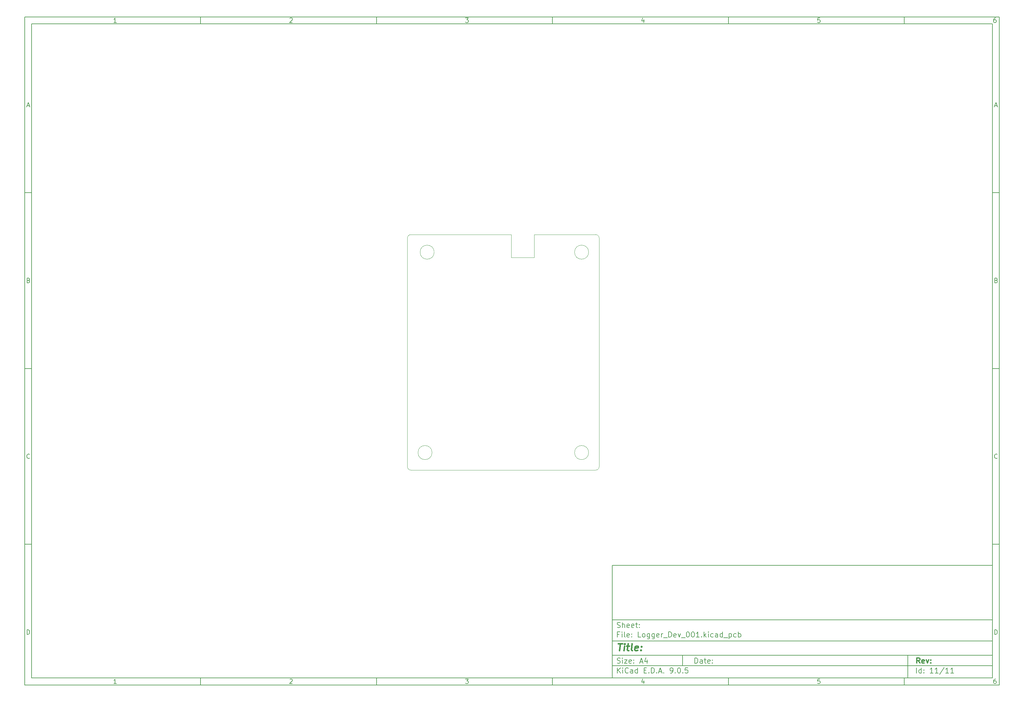
<source format=gbr>
%TF.GenerationSoftware,KiCad,Pcbnew,9.0.5*%
%TF.CreationDate,2025-12-06T02:43:13+13:00*%
%TF.ProjectId,Logger_Dev_001,4c6f6767-6572-45f4-9465-765f3030312e,rev?*%
%TF.SameCoordinates,Original*%
%TF.FileFunction,Profile,NP*%
%FSLAX46Y46*%
G04 Gerber Fmt 4.6, Leading zero omitted, Abs format (unit mm)*
G04 Created by KiCad (PCBNEW 9.0.5) date 2025-12-06 02:43:13*
%MOMM*%
%LPD*%
G01*
G04 APERTURE LIST*
%ADD10C,0.100000*%
%ADD11C,0.150000*%
%ADD12C,0.300000*%
%ADD13C,0.400000*%
%TA.AperFunction,Profile*%
%ADD14C,0.050000*%
%TD*%
%TA.AperFunction,Profile*%
%ADD15C,0.100000*%
%TD*%
G04 APERTURE END LIST*
D10*
D11*
X177002200Y-166007200D02*
X285002200Y-166007200D01*
X285002200Y-198007200D01*
X177002200Y-198007200D01*
X177002200Y-166007200D01*
D10*
D11*
X10000000Y-10000000D02*
X287002200Y-10000000D01*
X287002200Y-200007200D01*
X10000000Y-200007200D01*
X10000000Y-10000000D01*
D10*
D11*
X12000000Y-12000000D02*
X285002200Y-12000000D01*
X285002200Y-198007200D01*
X12000000Y-198007200D01*
X12000000Y-12000000D01*
D10*
D11*
X60000000Y-12000000D02*
X60000000Y-10000000D01*
D10*
D11*
X110000000Y-12000000D02*
X110000000Y-10000000D01*
D10*
D11*
X160000000Y-12000000D02*
X160000000Y-10000000D01*
D10*
D11*
X210000000Y-12000000D02*
X210000000Y-10000000D01*
D10*
D11*
X260000000Y-12000000D02*
X260000000Y-10000000D01*
D10*
D11*
X36089160Y-11593604D02*
X35346303Y-11593604D01*
X35717731Y-11593604D02*
X35717731Y-10293604D01*
X35717731Y-10293604D02*
X35593922Y-10479319D01*
X35593922Y-10479319D02*
X35470112Y-10603128D01*
X35470112Y-10603128D02*
X35346303Y-10665033D01*
D10*
D11*
X85346303Y-10417414D02*
X85408207Y-10355509D01*
X85408207Y-10355509D02*
X85532017Y-10293604D01*
X85532017Y-10293604D02*
X85841541Y-10293604D01*
X85841541Y-10293604D02*
X85965350Y-10355509D01*
X85965350Y-10355509D02*
X86027255Y-10417414D01*
X86027255Y-10417414D02*
X86089160Y-10541223D01*
X86089160Y-10541223D02*
X86089160Y-10665033D01*
X86089160Y-10665033D02*
X86027255Y-10850747D01*
X86027255Y-10850747D02*
X85284398Y-11593604D01*
X85284398Y-11593604D02*
X86089160Y-11593604D01*
D10*
D11*
X135284398Y-10293604D02*
X136089160Y-10293604D01*
X136089160Y-10293604D02*
X135655826Y-10788842D01*
X135655826Y-10788842D02*
X135841541Y-10788842D01*
X135841541Y-10788842D02*
X135965350Y-10850747D01*
X135965350Y-10850747D02*
X136027255Y-10912652D01*
X136027255Y-10912652D02*
X136089160Y-11036461D01*
X136089160Y-11036461D02*
X136089160Y-11345985D01*
X136089160Y-11345985D02*
X136027255Y-11469795D01*
X136027255Y-11469795D02*
X135965350Y-11531700D01*
X135965350Y-11531700D02*
X135841541Y-11593604D01*
X135841541Y-11593604D02*
X135470112Y-11593604D01*
X135470112Y-11593604D02*
X135346303Y-11531700D01*
X135346303Y-11531700D02*
X135284398Y-11469795D01*
D10*
D11*
X185965350Y-10726938D02*
X185965350Y-11593604D01*
X185655826Y-10231700D02*
X185346303Y-11160271D01*
X185346303Y-11160271D02*
X186151064Y-11160271D01*
D10*
D11*
X236027255Y-10293604D02*
X235408207Y-10293604D01*
X235408207Y-10293604D02*
X235346303Y-10912652D01*
X235346303Y-10912652D02*
X235408207Y-10850747D01*
X235408207Y-10850747D02*
X235532017Y-10788842D01*
X235532017Y-10788842D02*
X235841541Y-10788842D01*
X235841541Y-10788842D02*
X235965350Y-10850747D01*
X235965350Y-10850747D02*
X236027255Y-10912652D01*
X236027255Y-10912652D02*
X236089160Y-11036461D01*
X236089160Y-11036461D02*
X236089160Y-11345985D01*
X236089160Y-11345985D02*
X236027255Y-11469795D01*
X236027255Y-11469795D02*
X235965350Y-11531700D01*
X235965350Y-11531700D02*
X235841541Y-11593604D01*
X235841541Y-11593604D02*
X235532017Y-11593604D01*
X235532017Y-11593604D02*
X235408207Y-11531700D01*
X235408207Y-11531700D02*
X235346303Y-11469795D01*
D10*
D11*
X285965350Y-10293604D02*
X285717731Y-10293604D01*
X285717731Y-10293604D02*
X285593922Y-10355509D01*
X285593922Y-10355509D02*
X285532017Y-10417414D01*
X285532017Y-10417414D02*
X285408207Y-10603128D01*
X285408207Y-10603128D02*
X285346303Y-10850747D01*
X285346303Y-10850747D02*
X285346303Y-11345985D01*
X285346303Y-11345985D02*
X285408207Y-11469795D01*
X285408207Y-11469795D02*
X285470112Y-11531700D01*
X285470112Y-11531700D02*
X285593922Y-11593604D01*
X285593922Y-11593604D02*
X285841541Y-11593604D01*
X285841541Y-11593604D02*
X285965350Y-11531700D01*
X285965350Y-11531700D02*
X286027255Y-11469795D01*
X286027255Y-11469795D02*
X286089160Y-11345985D01*
X286089160Y-11345985D02*
X286089160Y-11036461D01*
X286089160Y-11036461D02*
X286027255Y-10912652D01*
X286027255Y-10912652D02*
X285965350Y-10850747D01*
X285965350Y-10850747D02*
X285841541Y-10788842D01*
X285841541Y-10788842D02*
X285593922Y-10788842D01*
X285593922Y-10788842D02*
X285470112Y-10850747D01*
X285470112Y-10850747D02*
X285408207Y-10912652D01*
X285408207Y-10912652D02*
X285346303Y-11036461D01*
D10*
D11*
X60000000Y-198007200D02*
X60000000Y-200007200D01*
D10*
D11*
X110000000Y-198007200D02*
X110000000Y-200007200D01*
D10*
D11*
X160000000Y-198007200D02*
X160000000Y-200007200D01*
D10*
D11*
X210000000Y-198007200D02*
X210000000Y-200007200D01*
D10*
D11*
X260000000Y-198007200D02*
X260000000Y-200007200D01*
D10*
D11*
X36089160Y-199600804D02*
X35346303Y-199600804D01*
X35717731Y-199600804D02*
X35717731Y-198300804D01*
X35717731Y-198300804D02*
X35593922Y-198486519D01*
X35593922Y-198486519D02*
X35470112Y-198610328D01*
X35470112Y-198610328D02*
X35346303Y-198672233D01*
D10*
D11*
X85346303Y-198424614D02*
X85408207Y-198362709D01*
X85408207Y-198362709D02*
X85532017Y-198300804D01*
X85532017Y-198300804D02*
X85841541Y-198300804D01*
X85841541Y-198300804D02*
X85965350Y-198362709D01*
X85965350Y-198362709D02*
X86027255Y-198424614D01*
X86027255Y-198424614D02*
X86089160Y-198548423D01*
X86089160Y-198548423D02*
X86089160Y-198672233D01*
X86089160Y-198672233D02*
X86027255Y-198857947D01*
X86027255Y-198857947D02*
X85284398Y-199600804D01*
X85284398Y-199600804D02*
X86089160Y-199600804D01*
D10*
D11*
X135284398Y-198300804D02*
X136089160Y-198300804D01*
X136089160Y-198300804D02*
X135655826Y-198796042D01*
X135655826Y-198796042D02*
X135841541Y-198796042D01*
X135841541Y-198796042D02*
X135965350Y-198857947D01*
X135965350Y-198857947D02*
X136027255Y-198919852D01*
X136027255Y-198919852D02*
X136089160Y-199043661D01*
X136089160Y-199043661D02*
X136089160Y-199353185D01*
X136089160Y-199353185D02*
X136027255Y-199476995D01*
X136027255Y-199476995D02*
X135965350Y-199538900D01*
X135965350Y-199538900D02*
X135841541Y-199600804D01*
X135841541Y-199600804D02*
X135470112Y-199600804D01*
X135470112Y-199600804D02*
X135346303Y-199538900D01*
X135346303Y-199538900D02*
X135284398Y-199476995D01*
D10*
D11*
X185965350Y-198734138D02*
X185965350Y-199600804D01*
X185655826Y-198238900D02*
X185346303Y-199167471D01*
X185346303Y-199167471D02*
X186151064Y-199167471D01*
D10*
D11*
X236027255Y-198300804D02*
X235408207Y-198300804D01*
X235408207Y-198300804D02*
X235346303Y-198919852D01*
X235346303Y-198919852D02*
X235408207Y-198857947D01*
X235408207Y-198857947D02*
X235532017Y-198796042D01*
X235532017Y-198796042D02*
X235841541Y-198796042D01*
X235841541Y-198796042D02*
X235965350Y-198857947D01*
X235965350Y-198857947D02*
X236027255Y-198919852D01*
X236027255Y-198919852D02*
X236089160Y-199043661D01*
X236089160Y-199043661D02*
X236089160Y-199353185D01*
X236089160Y-199353185D02*
X236027255Y-199476995D01*
X236027255Y-199476995D02*
X235965350Y-199538900D01*
X235965350Y-199538900D02*
X235841541Y-199600804D01*
X235841541Y-199600804D02*
X235532017Y-199600804D01*
X235532017Y-199600804D02*
X235408207Y-199538900D01*
X235408207Y-199538900D02*
X235346303Y-199476995D01*
D10*
D11*
X285965350Y-198300804D02*
X285717731Y-198300804D01*
X285717731Y-198300804D02*
X285593922Y-198362709D01*
X285593922Y-198362709D02*
X285532017Y-198424614D01*
X285532017Y-198424614D02*
X285408207Y-198610328D01*
X285408207Y-198610328D02*
X285346303Y-198857947D01*
X285346303Y-198857947D02*
X285346303Y-199353185D01*
X285346303Y-199353185D02*
X285408207Y-199476995D01*
X285408207Y-199476995D02*
X285470112Y-199538900D01*
X285470112Y-199538900D02*
X285593922Y-199600804D01*
X285593922Y-199600804D02*
X285841541Y-199600804D01*
X285841541Y-199600804D02*
X285965350Y-199538900D01*
X285965350Y-199538900D02*
X286027255Y-199476995D01*
X286027255Y-199476995D02*
X286089160Y-199353185D01*
X286089160Y-199353185D02*
X286089160Y-199043661D01*
X286089160Y-199043661D02*
X286027255Y-198919852D01*
X286027255Y-198919852D02*
X285965350Y-198857947D01*
X285965350Y-198857947D02*
X285841541Y-198796042D01*
X285841541Y-198796042D02*
X285593922Y-198796042D01*
X285593922Y-198796042D02*
X285470112Y-198857947D01*
X285470112Y-198857947D02*
X285408207Y-198919852D01*
X285408207Y-198919852D02*
X285346303Y-199043661D01*
D10*
D11*
X10000000Y-60000000D02*
X12000000Y-60000000D01*
D10*
D11*
X10000000Y-110000000D02*
X12000000Y-110000000D01*
D10*
D11*
X10000000Y-160000000D02*
X12000000Y-160000000D01*
D10*
D11*
X10690476Y-35222176D02*
X11309523Y-35222176D01*
X10566666Y-35593604D02*
X10999999Y-34293604D01*
X10999999Y-34293604D02*
X11433333Y-35593604D01*
D10*
D11*
X11092857Y-84912652D02*
X11278571Y-84974557D01*
X11278571Y-84974557D02*
X11340476Y-85036461D01*
X11340476Y-85036461D02*
X11402380Y-85160271D01*
X11402380Y-85160271D02*
X11402380Y-85345985D01*
X11402380Y-85345985D02*
X11340476Y-85469795D01*
X11340476Y-85469795D02*
X11278571Y-85531700D01*
X11278571Y-85531700D02*
X11154761Y-85593604D01*
X11154761Y-85593604D02*
X10659523Y-85593604D01*
X10659523Y-85593604D02*
X10659523Y-84293604D01*
X10659523Y-84293604D02*
X11092857Y-84293604D01*
X11092857Y-84293604D02*
X11216666Y-84355509D01*
X11216666Y-84355509D02*
X11278571Y-84417414D01*
X11278571Y-84417414D02*
X11340476Y-84541223D01*
X11340476Y-84541223D02*
X11340476Y-84665033D01*
X11340476Y-84665033D02*
X11278571Y-84788842D01*
X11278571Y-84788842D02*
X11216666Y-84850747D01*
X11216666Y-84850747D02*
X11092857Y-84912652D01*
X11092857Y-84912652D02*
X10659523Y-84912652D01*
D10*
D11*
X11402380Y-135469795D02*
X11340476Y-135531700D01*
X11340476Y-135531700D02*
X11154761Y-135593604D01*
X11154761Y-135593604D02*
X11030952Y-135593604D01*
X11030952Y-135593604D02*
X10845238Y-135531700D01*
X10845238Y-135531700D02*
X10721428Y-135407890D01*
X10721428Y-135407890D02*
X10659523Y-135284080D01*
X10659523Y-135284080D02*
X10597619Y-135036461D01*
X10597619Y-135036461D02*
X10597619Y-134850747D01*
X10597619Y-134850747D02*
X10659523Y-134603128D01*
X10659523Y-134603128D02*
X10721428Y-134479319D01*
X10721428Y-134479319D02*
X10845238Y-134355509D01*
X10845238Y-134355509D02*
X11030952Y-134293604D01*
X11030952Y-134293604D02*
X11154761Y-134293604D01*
X11154761Y-134293604D02*
X11340476Y-134355509D01*
X11340476Y-134355509D02*
X11402380Y-134417414D01*
D10*
D11*
X10659523Y-185593604D02*
X10659523Y-184293604D01*
X10659523Y-184293604D02*
X10969047Y-184293604D01*
X10969047Y-184293604D02*
X11154761Y-184355509D01*
X11154761Y-184355509D02*
X11278571Y-184479319D01*
X11278571Y-184479319D02*
X11340476Y-184603128D01*
X11340476Y-184603128D02*
X11402380Y-184850747D01*
X11402380Y-184850747D02*
X11402380Y-185036461D01*
X11402380Y-185036461D02*
X11340476Y-185284080D01*
X11340476Y-185284080D02*
X11278571Y-185407890D01*
X11278571Y-185407890D02*
X11154761Y-185531700D01*
X11154761Y-185531700D02*
X10969047Y-185593604D01*
X10969047Y-185593604D02*
X10659523Y-185593604D01*
D10*
D11*
X287002200Y-60000000D02*
X285002200Y-60000000D01*
D10*
D11*
X287002200Y-110000000D02*
X285002200Y-110000000D01*
D10*
D11*
X287002200Y-160000000D02*
X285002200Y-160000000D01*
D10*
D11*
X285692676Y-35222176D02*
X286311723Y-35222176D01*
X285568866Y-35593604D02*
X286002199Y-34293604D01*
X286002199Y-34293604D02*
X286435533Y-35593604D01*
D10*
D11*
X286095057Y-84912652D02*
X286280771Y-84974557D01*
X286280771Y-84974557D02*
X286342676Y-85036461D01*
X286342676Y-85036461D02*
X286404580Y-85160271D01*
X286404580Y-85160271D02*
X286404580Y-85345985D01*
X286404580Y-85345985D02*
X286342676Y-85469795D01*
X286342676Y-85469795D02*
X286280771Y-85531700D01*
X286280771Y-85531700D02*
X286156961Y-85593604D01*
X286156961Y-85593604D02*
X285661723Y-85593604D01*
X285661723Y-85593604D02*
X285661723Y-84293604D01*
X285661723Y-84293604D02*
X286095057Y-84293604D01*
X286095057Y-84293604D02*
X286218866Y-84355509D01*
X286218866Y-84355509D02*
X286280771Y-84417414D01*
X286280771Y-84417414D02*
X286342676Y-84541223D01*
X286342676Y-84541223D02*
X286342676Y-84665033D01*
X286342676Y-84665033D02*
X286280771Y-84788842D01*
X286280771Y-84788842D02*
X286218866Y-84850747D01*
X286218866Y-84850747D02*
X286095057Y-84912652D01*
X286095057Y-84912652D02*
X285661723Y-84912652D01*
D10*
D11*
X286404580Y-135469795D02*
X286342676Y-135531700D01*
X286342676Y-135531700D02*
X286156961Y-135593604D01*
X286156961Y-135593604D02*
X286033152Y-135593604D01*
X286033152Y-135593604D02*
X285847438Y-135531700D01*
X285847438Y-135531700D02*
X285723628Y-135407890D01*
X285723628Y-135407890D02*
X285661723Y-135284080D01*
X285661723Y-135284080D02*
X285599819Y-135036461D01*
X285599819Y-135036461D02*
X285599819Y-134850747D01*
X285599819Y-134850747D02*
X285661723Y-134603128D01*
X285661723Y-134603128D02*
X285723628Y-134479319D01*
X285723628Y-134479319D02*
X285847438Y-134355509D01*
X285847438Y-134355509D02*
X286033152Y-134293604D01*
X286033152Y-134293604D02*
X286156961Y-134293604D01*
X286156961Y-134293604D02*
X286342676Y-134355509D01*
X286342676Y-134355509D02*
X286404580Y-134417414D01*
D10*
D11*
X285661723Y-185593604D02*
X285661723Y-184293604D01*
X285661723Y-184293604D02*
X285971247Y-184293604D01*
X285971247Y-184293604D02*
X286156961Y-184355509D01*
X286156961Y-184355509D02*
X286280771Y-184479319D01*
X286280771Y-184479319D02*
X286342676Y-184603128D01*
X286342676Y-184603128D02*
X286404580Y-184850747D01*
X286404580Y-184850747D02*
X286404580Y-185036461D01*
X286404580Y-185036461D02*
X286342676Y-185284080D01*
X286342676Y-185284080D02*
X286280771Y-185407890D01*
X286280771Y-185407890D02*
X286156961Y-185531700D01*
X286156961Y-185531700D02*
X285971247Y-185593604D01*
X285971247Y-185593604D02*
X285661723Y-185593604D01*
D10*
D11*
X200458026Y-193793328D02*
X200458026Y-192293328D01*
X200458026Y-192293328D02*
X200815169Y-192293328D01*
X200815169Y-192293328D02*
X201029455Y-192364757D01*
X201029455Y-192364757D02*
X201172312Y-192507614D01*
X201172312Y-192507614D02*
X201243741Y-192650471D01*
X201243741Y-192650471D02*
X201315169Y-192936185D01*
X201315169Y-192936185D02*
X201315169Y-193150471D01*
X201315169Y-193150471D02*
X201243741Y-193436185D01*
X201243741Y-193436185D02*
X201172312Y-193579042D01*
X201172312Y-193579042D02*
X201029455Y-193721900D01*
X201029455Y-193721900D02*
X200815169Y-193793328D01*
X200815169Y-193793328D02*
X200458026Y-193793328D01*
X202600884Y-193793328D02*
X202600884Y-193007614D01*
X202600884Y-193007614D02*
X202529455Y-192864757D01*
X202529455Y-192864757D02*
X202386598Y-192793328D01*
X202386598Y-192793328D02*
X202100884Y-192793328D01*
X202100884Y-192793328D02*
X201958026Y-192864757D01*
X202600884Y-193721900D02*
X202458026Y-193793328D01*
X202458026Y-193793328D02*
X202100884Y-193793328D01*
X202100884Y-193793328D02*
X201958026Y-193721900D01*
X201958026Y-193721900D02*
X201886598Y-193579042D01*
X201886598Y-193579042D02*
X201886598Y-193436185D01*
X201886598Y-193436185D02*
X201958026Y-193293328D01*
X201958026Y-193293328D02*
X202100884Y-193221900D01*
X202100884Y-193221900D02*
X202458026Y-193221900D01*
X202458026Y-193221900D02*
X202600884Y-193150471D01*
X203100884Y-192793328D02*
X203672312Y-192793328D01*
X203315169Y-192293328D02*
X203315169Y-193579042D01*
X203315169Y-193579042D02*
X203386598Y-193721900D01*
X203386598Y-193721900D02*
X203529455Y-193793328D01*
X203529455Y-193793328D02*
X203672312Y-193793328D01*
X204743741Y-193721900D02*
X204600884Y-193793328D01*
X204600884Y-193793328D02*
X204315170Y-193793328D01*
X204315170Y-193793328D02*
X204172312Y-193721900D01*
X204172312Y-193721900D02*
X204100884Y-193579042D01*
X204100884Y-193579042D02*
X204100884Y-193007614D01*
X204100884Y-193007614D02*
X204172312Y-192864757D01*
X204172312Y-192864757D02*
X204315170Y-192793328D01*
X204315170Y-192793328D02*
X204600884Y-192793328D01*
X204600884Y-192793328D02*
X204743741Y-192864757D01*
X204743741Y-192864757D02*
X204815170Y-193007614D01*
X204815170Y-193007614D02*
X204815170Y-193150471D01*
X204815170Y-193150471D02*
X204100884Y-193293328D01*
X205458026Y-193650471D02*
X205529455Y-193721900D01*
X205529455Y-193721900D02*
X205458026Y-193793328D01*
X205458026Y-193793328D02*
X205386598Y-193721900D01*
X205386598Y-193721900D02*
X205458026Y-193650471D01*
X205458026Y-193650471D02*
X205458026Y-193793328D01*
X205458026Y-192864757D02*
X205529455Y-192936185D01*
X205529455Y-192936185D02*
X205458026Y-193007614D01*
X205458026Y-193007614D02*
X205386598Y-192936185D01*
X205386598Y-192936185D02*
X205458026Y-192864757D01*
X205458026Y-192864757D02*
X205458026Y-193007614D01*
D10*
D11*
X177002200Y-194507200D02*
X285002200Y-194507200D01*
D10*
D11*
X178458026Y-196593328D02*
X178458026Y-195093328D01*
X179315169Y-196593328D02*
X178672312Y-195736185D01*
X179315169Y-195093328D02*
X178458026Y-195950471D01*
X179958026Y-196593328D02*
X179958026Y-195593328D01*
X179958026Y-195093328D02*
X179886598Y-195164757D01*
X179886598Y-195164757D02*
X179958026Y-195236185D01*
X179958026Y-195236185D02*
X180029455Y-195164757D01*
X180029455Y-195164757D02*
X179958026Y-195093328D01*
X179958026Y-195093328D02*
X179958026Y-195236185D01*
X181529455Y-196450471D02*
X181458027Y-196521900D01*
X181458027Y-196521900D02*
X181243741Y-196593328D01*
X181243741Y-196593328D02*
X181100884Y-196593328D01*
X181100884Y-196593328D02*
X180886598Y-196521900D01*
X180886598Y-196521900D02*
X180743741Y-196379042D01*
X180743741Y-196379042D02*
X180672312Y-196236185D01*
X180672312Y-196236185D02*
X180600884Y-195950471D01*
X180600884Y-195950471D02*
X180600884Y-195736185D01*
X180600884Y-195736185D02*
X180672312Y-195450471D01*
X180672312Y-195450471D02*
X180743741Y-195307614D01*
X180743741Y-195307614D02*
X180886598Y-195164757D01*
X180886598Y-195164757D02*
X181100884Y-195093328D01*
X181100884Y-195093328D02*
X181243741Y-195093328D01*
X181243741Y-195093328D02*
X181458027Y-195164757D01*
X181458027Y-195164757D02*
X181529455Y-195236185D01*
X182815170Y-196593328D02*
X182815170Y-195807614D01*
X182815170Y-195807614D02*
X182743741Y-195664757D01*
X182743741Y-195664757D02*
X182600884Y-195593328D01*
X182600884Y-195593328D02*
X182315170Y-195593328D01*
X182315170Y-195593328D02*
X182172312Y-195664757D01*
X182815170Y-196521900D02*
X182672312Y-196593328D01*
X182672312Y-196593328D02*
X182315170Y-196593328D01*
X182315170Y-196593328D02*
X182172312Y-196521900D01*
X182172312Y-196521900D02*
X182100884Y-196379042D01*
X182100884Y-196379042D02*
X182100884Y-196236185D01*
X182100884Y-196236185D02*
X182172312Y-196093328D01*
X182172312Y-196093328D02*
X182315170Y-196021900D01*
X182315170Y-196021900D02*
X182672312Y-196021900D01*
X182672312Y-196021900D02*
X182815170Y-195950471D01*
X184172313Y-196593328D02*
X184172313Y-195093328D01*
X184172313Y-196521900D02*
X184029455Y-196593328D01*
X184029455Y-196593328D02*
X183743741Y-196593328D01*
X183743741Y-196593328D02*
X183600884Y-196521900D01*
X183600884Y-196521900D02*
X183529455Y-196450471D01*
X183529455Y-196450471D02*
X183458027Y-196307614D01*
X183458027Y-196307614D02*
X183458027Y-195879042D01*
X183458027Y-195879042D02*
X183529455Y-195736185D01*
X183529455Y-195736185D02*
X183600884Y-195664757D01*
X183600884Y-195664757D02*
X183743741Y-195593328D01*
X183743741Y-195593328D02*
X184029455Y-195593328D01*
X184029455Y-195593328D02*
X184172313Y-195664757D01*
X186029455Y-195807614D02*
X186529455Y-195807614D01*
X186743741Y-196593328D02*
X186029455Y-196593328D01*
X186029455Y-196593328D02*
X186029455Y-195093328D01*
X186029455Y-195093328D02*
X186743741Y-195093328D01*
X187386598Y-196450471D02*
X187458027Y-196521900D01*
X187458027Y-196521900D02*
X187386598Y-196593328D01*
X187386598Y-196593328D02*
X187315170Y-196521900D01*
X187315170Y-196521900D02*
X187386598Y-196450471D01*
X187386598Y-196450471D02*
X187386598Y-196593328D01*
X188100884Y-196593328D02*
X188100884Y-195093328D01*
X188100884Y-195093328D02*
X188458027Y-195093328D01*
X188458027Y-195093328D02*
X188672313Y-195164757D01*
X188672313Y-195164757D02*
X188815170Y-195307614D01*
X188815170Y-195307614D02*
X188886599Y-195450471D01*
X188886599Y-195450471D02*
X188958027Y-195736185D01*
X188958027Y-195736185D02*
X188958027Y-195950471D01*
X188958027Y-195950471D02*
X188886599Y-196236185D01*
X188886599Y-196236185D02*
X188815170Y-196379042D01*
X188815170Y-196379042D02*
X188672313Y-196521900D01*
X188672313Y-196521900D02*
X188458027Y-196593328D01*
X188458027Y-196593328D02*
X188100884Y-196593328D01*
X189600884Y-196450471D02*
X189672313Y-196521900D01*
X189672313Y-196521900D02*
X189600884Y-196593328D01*
X189600884Y-196593328D02*
X189529456Y-196521900D01*
X189529456Y-196521900D02*
X189600884Y-196450471D01*
X189600884Y-196450471D02*
X189600884Y-196593328D01*
X190243742Y-196164757D02*
X190958028Y-196164757D01*
X190100885Y-196593328D02*
X190600885Y-195093328D01*
X190600885Y-195093328D02*
X191100885Y-196593328D01*
X191600884Y-196450471D02*
X191672313Y-196521900D01*
X191672313Y-196521900D02*
X191600884Y-196593328D01*
X191600884Y-196593328D02*
X191529456Y-196521900D01*
X191529456Y-196521900D02*
X191600884Y-196450471D01*
X191600884Y-196450471D02*
X191600884Y-196593328D01*
X193529456Y-196593328D02*
X193815170Y-196593328D01*
X193815170Y-196593328D02*
X193958027Y-196521900D01*
X193958027Y-196521900D02*
X194029456Y-196450471D01*
X194029456Y-196450471D02*
X194172313Y-196236185D01*
X194172313Y-196236185D02*
X194243742Y-195950471D01*
X194243742Y-195950471D02*
X194243742Y-195379042D01*
X194243742Y-195379042D02*
X194172313Y-195236185D01*
X194172313Y-195236185D02*
X194100885Y-195164757D01*
X194100885Y-195164757D02*
X193958027Y-195093328D01*
X193958027Y-195093328D02*
X193672313Y-195093328D01*
X193672313Y-195093328D02*
X193529456Y-195164757D01*
X193529456Y-195164757D02*
X193458027Y-195236185D01*
X193458027Y-195236185D02*
X193386599Y-195379042D01*
X193386599Y-195379042D02*
X193386599Y-195736185D01*
X193386599Y-195736185D02*
X193458027Y-195879042D01*
X193458027Y-195879042D02*
X193529456Y-195950471D01*
X193529456Y-195950471D02*
X193672313Y-196021900D01*
X193672313Y-196021900D02*
X193958027Y-196021900D01*
X193958027Y-196021900D02*
X194100885Y-195950471D01*
X194100885Y-195950471D02*
X194172313Y-195879042D01*
X194172313Y-195879042D02*
X194243742Y-195736185D01*
X194886598Y-196450471D02*
X194958027Y-196521900D01*
X194958027Y-196521900D02*
X194886598Y-196593328D01*
X194886598Y-196593328D02*
X194815170Y-196521900D01*
X194815170Y-196521900D02*
X194886598Y-196450471D01*
X194886598Y-196450471D02*
X194886598Y-196593328D01*
X195886599Y-195093328D02*
X196029456Y-195093328D01*
X196029456Y-195093328D02*
X196172313Y-195164757D01*
X196172313Y-195164757D02*
X196243742Y-195236185D01*
X196243742Y-195236185D02*
X196315170Y-195379042D01*
X196315170Y-195379042D02*
X196386599Y-195664757D01*
X196386599Y-195664757D02*
X196386599Y-196021900D01*
X196386599Y-196021900D02*
X196315170Y-196307614D01*
X196315170Y-196307614D02*
X196243742Y-196450471D01*
X196243742Y-196450471D02*
X196172313Y-196521900D01*
X196172313Y-196521900D02*
X196029456Y-196593328D01*
X196029456Y-196593328D02*
X195886599Y-196593328D01*
X195886599Y-196593328D02*
X195743742Y-196521900D01*
X195743742Y-196521900D02*
X195672313Y-196450471D01*
X195672313Y-196450471D02*
X195600884Y-196307614D01*
X195600884Y-196307614D02*
X195529456Y-196021900D01*
X195529456Y-196021900D02*
X195529456Y-195664757D01*
X195529456Y-195664757D02*
X195600884Y-195379042D01*
X195600884Y-195379042D02*
X195672313Y-195236185D01*
X195672313Y-195236185D02*
X195743742Y-195164757D01*
X195743742Y-195164757D02*
X195886599Y-195093328D01*
X197029455Y-196450471D02*
X197100884Y-196521900D01*
X197100884Y-196521900D02*
X197029455Y-196593328D01*
X197029455Y-196593328D02*
X196958027Y-196521900D01*
X196958027Y-196521900D02*
X197029455Y-196450471D01*
X197029455Y-196450471D02*
X197029455Y-196593328D01*
X198458027Y-195093328D02*
X197743741Y-195093328D01*
X197743741Y-195093328D02*
X197672313Y-195807614D01*
X197672313Y-195807614D02*
X197743741Y-195736185D01*
X197743741Y-195736185D02*
X197886599Y-195664757D01*
X197886599Y-195664757D02*
X198243741Y-195664757D01*
X198243741Y-195664757D02*
X198386599Y-195736185D01*
X198386599Y-195736185D02*
X198458027Y-195807614D01*
X198458027Y-195807614D02*
X198529456Y-195950471D01*
X198529456Y-195950471D02*
X198529456Y-196307614D01*
X198529456Y-196307614D02*
X198458027Y-196450471D01*
X198458027Y-196450471D02*
X198386599Y-196521900D01*
X198386599Y-196521900D02*
X198243741Y-196593328D01*
X198243741Y-196593328D02*
X197886599Y-196593328D01*
X197886599Y-196593328D02*
X197743741Y-196521900D01*
X197743741Y-196521900D02*
X197672313Y-196450471D01*
D10*
D11*
X177002200Y-191507200D02*
X285002200Y-191507200D01*
D10*
D12*
X264413853Y-193785528D02*
X263913853Y-193071242D01*
X263556710Y-193785528D02*
X263556710Y-192285528D01*
X263556710Y-192285528D02*
X264128139Y-192285528D01*
X264128139Y-192285528D02*
X264270996Y-192356957D01*
X264270996Y-192356957D02*
X264342425Y-192428385D01*
X264342425Y-192428385D02*
X264413853Y-192571242D01*
X264413853Y-192571242D02*
X264413853Y-192785528D01*
X264413853Y-192785528D02*
X264342425Y-192928385D01*
X264342425Y-192928385D02*
X264270996Y-192999814D01*
X264270996Y-192999814D02*
X264128139Y-193071242D01*
X264128139Y-193071242D02*
X263556710Y-193071242D01*
X265628139Y-193714100D02*
X265485282Y-193785528D01*
X265485282Y-193785528D02*
X265199568Y-193785528D01*
X265199568Y-193785528D02*
X265056710Y-193714100D01*
X265056710Y-193714100D02*
X264985282Y-193571242D01*
X264985282Y-193571242D02*
X264985282Y-192999814D01*
X264985282Y-192999814D02*
X265056710Y-192856957D01*
X265056710Y-192856957D02*
X265199568Y-192785528D01*
X265199568Y-192785528D02*
X265485282Y-192785528D01*
X265485282Y-192785528D02*
X265628139Y-192856957D01*
X265628139Y-192856957D02*
X265699568Y-192999814D01*
X265699568Y-192999814D02*
X265699568Y-193142671D01*
X265699568Y-193142671D02*
X264985282Y-193285528D01*
X266199567Y-192785528D02*
X266556710Y-193785528D01*
X266556710Y-193785528D02*
X266913853Y-192785528D01*
X267485281Y-193642671D02*
X267556710Y-193714100D01*
X267556710Y-193714100D02*
X267485281Y-193785528D01*
X267485281Y-193785528D02*
X267413853Y-193714100D01*
X267413853Y-193714100D02*
X267485281Y-193642671D01*
X267485281Y-193642671D02*
X267485281Y-193785528D01*
X267485281Y-192856957D02*
X267556710Y-192928385D01*
X267556710Y-192928385D02*
X267485281Y-192999814D01*
X267485281Y-192999814D02*
X267413853Y-192928385D01*
X267413853Y-192928385D02*
X267485281Y-192856957D01*
X267485281Y-192856957D02*
X267485281Y-192999814D01*
D10*
D11*
X178386598Y-193721900D02*
X178600884Y-193793328D01*
X178600884Y-193793328D02*
X178958026Y-193793328D01*
X178958026Y-193793328D02*
X179100884Y-193721900D01*
X179100884Y-193721900D02*
X179172312Y-193650471D01*
X179172312Y-193650471D02*
X179243741Y-193507614D01*
X179243741Y-193507614D02*
X179243741Y-193364757D01*
X179243741Y-193364757D02*
X179172312Y-193221900D01*
X179172312Y-193221900D02*
X179100884Y-193150471D01*
X179100884Y-193150471D02*
X178958026Y-193079042D01*
X178958026Y-193079042D02*
X178672312Y-193007614D01*
X178672312Y-193007614D02*
X178529455Y-192936185D01*
X178529455Y-192936185D02*
X178458026Y-192864757D01*
X178458026Y-192864757D02*
X178386598Y-192721900D01*
X178386598Y-192721900D02*
X178386598Y-192579042D01*
X178386598Y-192579042D02*
X178458026Y-192436185D01*
X178458026Y-192436185D02*
X178529455Y-192364757D01*
X178529455Y-192364757D02*
X178672312Y-192293328D01*
X178672312Y-192293328D02*
X179029455Y-192293328D01*
X179029455Y-192293328D02*
X179243741Y-192364757D01*
X179886597Y-193793328D02*
X179886597Y-192793328D01*
X179886597Y-192293328D02*
X179815169Y-192364757D01*
X179815169Y-192364757D02*
X179886597Y-192436185D01*
X179886597Y-192436185D02*
X179958026Y-192364757D01*
X179958026Y-192364757D02*
X179886597Y-192293328D01*
X179886597Y-192293328D02*
X179886597Y-192436185D01*
X180458026Y-192793328D02*
X181243741Y-192793328D01*
X181243741Y-192793328D02*
X180458026Y-193793328D01*
X180458026Y-193793328D02*
X181243741Y-193793328D01*
X182386598Y-193721900D02*
X182243741Y-193793328D01*
X182243741Y-193793328D02*
X181958027Y-193793328D01*
X181958027Y-193793328D02*
X181815169Y-193721900D01*
X181815169Y-193721900D02*
X181743741Y-193579042D01*
X181743741Y-193579042D02*
X181743741Y-193007614D01*
X181743741Y-193007614D02*
X181815169Y-192864757D01*
X181815169Y-192864757D02*
X181958027Y-192793328D01*
X181958027Y-192793328D02*
X182243741Y-192793328D01*
X182243741Y-192793328D02*
X182386598Y-192864757D01*
X182386598Y-192864757D02*
X182458027Y-193007614D01*
X182458027Y-193007614D02*
X182458027Y-193150471D01*
X182458027Y-193150471D02*
X181743741Y-193293328D01*
X183100883Y-193650471D02*
X183172312Y-193721900D01*
X183172312Y-193721900D02*
X183100883Y-193793328D01*
X183100883Y-193793328D02*
X183029455Y-193721900D01*
X183029455Y-193721900D02*
X183100883Y-193650471D01*
X183100883Y-193650471D02*
X183100883Y-193793328D01*
X183100883Y-192864757D02*
X183172312Y-192936185D01*
X183172312Y-192936185D02*
X183100883Y-193007614D01*
X183100883Y-193007614D02*
X183029455Y-192936185D01*
X183029455Y-192936185D02*
X183100883Y-192864757D01*
X183100883Y-192864757D02*
X183100883Y-193007614D01*
X184886598Y-193364757D02*
X185600884Y-193364757D01*
X184743741Y-193793328D02*
X185243741Y-192293328D01*
X185243741Y-192293328D02*
X185743741Y-193793328D01*
X186886598Y-192793328D02*
X186886598Y-193793328D01*
X186529455Y-192221900D02*
X186172312Y-193293328D01*
X186172312Y-193293328D02*
X187100883Y-193293328D01*
D10*
D11*
X263458026Y-196593328D02*
X263458026Y-195093328D01*
X264815170Y-196593328D02*
X264815170Y-195093328D01*
X264815170Y-196521900D02*
X264672312Y-196593328D01*
X264672312Y-196593328D02*
X264386598Y-196593328D01*
X264386598Y-196593328D02*
X264243741Y-196521900D01*
X264243741Y-196521900D02*
X264172312Y-196450471D01*
X264172312Y-196450471D02*
X264100884Y-196307614D01*
X264100884Y-196307614D02*
X264100884Y-195879042D01*
X264100884Y-195879042D02*
X264172312Y-195736185D01*
X264172312Y-195736185D02*
X264243741Y-195664757D01*
X264243741Y-195664757D02*
X264386598Y-195593328D01*
X264386598Y-195593328D02*
X264672312Y-195593328D01*
X264672312Y-195593328D02*
X264815170Y-195664757D01*
X265529455Y-196450471D02*
X265600884Y-196521900D01*
X265600884Y-196521900D02*
X265529455Y-196593328D01*
X265529455Y-196593328D02*
X265458027Y-196521900D01*
X265458027Y-196521900D02*
X265529455Y-196450471D01*
X265529455Y-196450471D02*
X265529455Y-196593328D01*
X265529455Y-195664757D02*
X265600884Y-195736185D01*
X265600884Y-195736185D02*
X265529455Y-195807614D01*
X265529455Y-195807614D02*
X265458027Y-195736185D01*
X265458027Y-195736185D02*
X265529455Y-195664757D01*
X265529455Y-195664757D02*
X265529455Y-195807614D01*
X268172313Y-196593328D02*
X267315170Y-196593328D01*
X267743741Y-196593328D02*
X267743741Y-195093328D01*
X267743741Y-195093328D02*
X267600884Y-195307614D01*
X267600884Y-195307614D02*
X267458027Y-195450471D01*
X267458027Y-195450471D02*
X267315170Y-195521900D01*
X269600884Y-196593328D02*
X268743741Y-196593328D01*
X269172312Y-196593328D02*
X269172312Y-195093328D01*
X269172312Y-195093328D02*
X269029455Y-195307614D01*
X269029455Y-195307614D02*
X268886598Y-195450471D01*
X268886598Y-195450471D02*
X268743741Y-195521900D01*
X271315169Y-195021900D02*
X270029455Y-196950471D01*
X272600884Y-196593328D02*
X271743741Y-196593328D01*
X272172312Y-196593328D02*
X272172312Y-195093328D01*
X272172312Y-195093328D02*
X272029455Y-195307614D01*
X272029455Y-195307614D02*
X271886598Y-195450471D01*
X271886598Y-195450471D02*
X271743741Y-195521900D01*
X274029455Y-196593328D02*
X273172312Y-196593328D01*
X273600883Y-196593328D02*
X273600883Y-195093328D01*
X273600883Y-195093328D02*
X273458026Y-195307614D01*
X273458026Y-195307614D02*
X273315169Y-195450471D01*
X273315169Y-195450471D02*
X273172312Y-195521900D01*
D10*
D11*
X177002200Y-187507200D02*
X285002200Y-187507200D01*
D10*
D13*
X178693928Y-188211638D02*
X179836785Y-188211638D01*
X179015357Y-190211638D02*
X179265357Y-188211638D01*
X180253452Y-190211638D02*
X180420119Y-188878304D01*
X180503452Y-188211638D02*
X180396309Y-188306876D01*
X180396309Y-188306876D02*
X180479643Y-188402114D01*
X180479643Y-188402114D02*
X180586786Y-188306876D01*
X180586786Y-188306876D02*
X180503452Y-188211638D01*
X180503452Y-188211638D02*
X180479643Y-188402114D01*
X181086786Y-188878304D02*
X181848690Y-188878304D01*
X181455833Y-188211638D02*
X181241548Y-189925923D01*
X181241548Y-189925923D02*
X181312976Y-190116400D01*
X181312976Y-190116400D02*
X181491548Y-190211638D01*
X181491548Y-190211638D02*
X181682024Y-190211638D01*
X182634405Y-190211638D02*
X182455833Y-190116400D01*
X182455833Y-190116400D02*
X182384405Y-189925923D01*
X182384405Y-189925923D02*
X182598690Y-188211638D01*
X184170119Y-190116400D02*
X183967738Y-190211638D01*
X183967738Y-190211638D02*
X183586785Y-190211638D01*
X183586785Y-190211638D02*
X183408214Y-190116400D01*
X183408214Y-190116400D02*
X183336785Y-189925923D01*
X183336785Y-189925923D02*
X183432024Y-189164019D01*
X183432024Y-189164019D02*
X183551071Y-188973542D01*
X183551071Y-188973542D02*
X183753452Y-188878304D01*
X183753452Y-188878304D02*
X184134404Y-188878304D01*
X184134404Y-188878304D02*
X184312976Y-188973542D01*
X184312976Y-188973542D02*
X184384404Y-189164019D01*
X184384404Y-189164019D02*
X184360595Y-189354495D01*
X184360595Y-189354495D02*
X183384404Y-189544971D01*
X185134405Y-190021161D02*
X185217738Y-190116400D01*
X185217738Y-190116400D02*
X185110595Y-190211638D01*
X185110595Y-190211638D02*
X185027262Y-190116400D01*
X185027262Y-190116400D02*
X185134405Y-190021161D01*
X185134405Y-190021161D02*
X185110595Y-190211638D01*
X185265357Y-188973542D02*
X185348690Y-189068780D01*
X185348690Y-189068780D02*
X185241548Y-189164019D01*
X185241548Y-189164019D02*
X185158214Y-189068780D01*
X185158214Y-189068780D02*
X185265357Y-188973542D01*
X185265357Y-188973542D02*
X185241548Y-189164019D01*
D10*
D11*
X178958026Y-185607614D02*
X178458026Y-185607614D01*
X178458026Y-186393328D02*
X178458026Y-184893328D01*
X178458026Y-184893328D02*
X179172312Y-184893328D01*
X179743740Y-186393328D02*
X179743740Y-185393328D01*
X179743740Y-184893328D02*
X179672312Y-184964757D01*
X179672312Y-184964757D02*
X179743740Y-185036185D01*
X179743740Y-185036185D02*
X179815169Y-184964757D01*
X179815169Y-184964757D02*
X179743740Y-184893328D01*
X179743740Y-184893328D02*
X179743740Y-185036185D01*
X180672312Y-186393328D02*
X180529455Y-186321900D01*
X180529455Y-186321900D02*
X180458026Y-186179042D01*
X180458026Y-186179042D02*
X180458026Y-184893328D01*
X181815169Y-186321900D02*
X181672312Y-186393328D01*
X181672312Y-186393328D02*
X181386598Y-186393328D01*
X181386598Y-186393328D02*
X181243740Y-186321900D01*
X181243740Y-186321900D02*
X181172312Y-186179042D01*
X181172312Y-186179042D02*
X181172312Y-185607614D01*
X181172312Y-185607614D02*
X181243740Y-185464757D01*
X181243740Y-185464757D02*
X181386598Y-185393328D01*
X181386598Y-185393328D02*
X181672312Y-185393328D01*
X181672312Y-185393328D02*
X181815169Y-185464757D01*
X181815169Y-185464757D02*
X181886598Y-185607614D01*
X181886598Y-185607614D02*
X181886598Y-185750471D01*
X181886598Y-185750471D02*
X181172312Y-185893328D01*
X182529454Y-186250471D02*
X182600883Y-186321900D01*
X182600883Y-186321900D02*
X182529454Y-186393328D01*
X182529454Y-186393328D02*
X182458026Y-186321900D01*
X182458026Y-186321900D02*
X182529454Y-186250471D01*
X182529454Y-186250471D02*
X182529454Y-186393328D01*
X182529454Y-185464757D02*
X182600883Y-185536185D01*
X182600883Y-185536185D02*
X182529454Y-185607614D01*
X182529454Y-185607614D02*
X182458026Y-185536185D01*
X182458026Y-185536185D02*
X182529454Y-185464757D01*
X182529454Y-185464757D02*
X182529454Y-185607614D01*
X185100883Y-186393328D02*
X184386597Y-186393328D01*
X184386597Y-186393328D02*
X184386597Y-184893328D01*
X185815169Y-186393328D02*
X185672312Y-186321900D01*
X185672312Y-186321900D02*
X185600883Y-186250471D01*
X185600883Y-186250471D02*
X185529455Y-186107614D01*
X185529455Y-186107614D02*
X185529455Y-185679042D01*
X185529455Y-185679042D02*
X185600883Y-185536185D01*
X185600883Y-185536185D02*
X185672312Y-185464757D01*
X185672312Y-185464757D02*
X185815169Y-185393328D01*
X185815169Y-185393328D02*
X186029455Y-185393328D01*
X186029455Y-185393328D02*
X186172312Y-185464757D01*
X186172312Y-185464757D02*
X186243741Y-185536185D01*
X186243741Y-185536185D02*
X186315169Y-185679042D01*
X186315169Y-185679042D02*
X186315169Y-186107614D01*
X186315169Y-186107614D02*
X186243741Y-186250471D01*
X186243741Y-186250471D02*
X186172312Y-186321900D01*
X186172312Y-186321900D02*
X186029455Y-186393328D01*
X186029455Y-186393328D02*
X185815169Y-186393328D01*
X187600884Y-185393328D02*
X187600884Y-186607614D01*
X187600884Y-186607614D02*
X187529455Y-186750471D01*
X187529455Y-186750471D02*
X187458026Y-186821900D01*
X187458026Y-186821900D02*
X187315169Y-186893328D01*
X187315169Y-186893328D02*
X187100884Y-186893328D01*
X187100884Y-186893328D02*
X186958026Y-186821900D01*
X187600884Y-186321900D02*
X187458026Y-186393328D01*
X187458026Y-186393328D02*
X187172312Y-186393328D01*
X187172312Y-186393328D02*
X187029455Y-186321900D01*
X187029455Y-186321900D02*
X186958026Y-186250471D01*
X186958026Y-186250471D02*
X186886598Y-186107614D01*
X186886598Y-186107614D02*
X186886598Y-185679042D01*
X186886598Y-185679042D02*
X186958026Y-185536185D01*
X186958026Y-185536185D02*
X187029455Y-185464757D01*
X187029455Y-185464757D02*
X187172312Y-185393328D01*
X187172312Y-185393328D02*
X187458026Y-185393328D01*
X187458026Y-185393328D02*
X187600884Y-185464757D01*
X188958027Y-185393328D02*
X188958027Y-186607614D01*
X188958027Y-186607614D02*
X188886598Y-186750471D01*
X188886598Y-186750471D02*
X188815169Y-186821900D01*
X188815169Y-186821900D02*
X188672312Y-186893328D01*
X188672312Y-186893328D02*
X188458027Y-186893328D01*
X188458027Y-186893328D02*
X188315169Y-186821900D01*
X188958027Y-186321900D02*
X188815169Y-186393328D01*
X188815169Y-186393328D02*
X188529455Y-186393328D01*
X188529455Y-186393328D02*
X188386598Y-186321900D01*
X188386598Y-186321900D02*
X188315169Y-186250471D01*
X188315169Y-186250471D02*
X188243741Y-186107614D01*
X188243741Y-186107614D02*
X188243741Y-185679042D01*
X188243741Y-185679042D02*
X188315169Y-185536185D01*
X188315169Y-185536185D02*
X188386598Y-185464757D01*
X188386598Y-185464757D02*
X188529455Y-185393328D01*
X188529455Y-185393328D02*
X188815169Y-185393328D01*
X188815169Y-185393328D02*
X188958027Y-185464757D01*
X190243741Y-186321900D02*
X190100884Y-186393328D01*
X190100884Y-186393328D02*
X189815170Y-186393328D01*
X189815170Y-186393328D02*
X189672312Y-186321900D01*
X189672312Y-186321900D02*
X189600884Y-186179042D01*
X189600884Y-186179042D02*
X189600884Y-185607614D01*
X189600884Y-185607614D02*
X189672312Y-185464757D01*
X189672312Y-185464757D02*
X189815170Y-185393328D01*
X189815170Y-185393328D02*
X190100884Y-185393328D01*
X190100884Y-185393328D02*
X190243741Y-185464757D01*
X190243741Y-185464757D02*
X190315170Y-185607614D01*
X190315170Y-185607614D02*
X190315170Y-185750471D01*
X190315170Y-185750471D02*
X189600884Y-185893328D01*
X190958026Y-186393328D02*
X190958026Y-185393328D01*
X190958026Y-185679042D02*
X191029455Y-185536185D01*
X191029455Y-185536185D02*
X191100884Y-185464757D01*
X191100884Y-185464757D02*
X191243741Y-185393328D01*
X191243741Y-185393328D02*
X191386598Y-185393328D01*
X191529455Y-186536185D02*
X192672312Y-186536185D01*
X193029454Y-186393328D02*
X193029454Y-184893328D01*
X193029454Y-184893328D02*
X193386597Y-184893328D01*
X193386597Y-184893328D02*
X193600883Y-184964757D01*
X193600883Y-184964757D02*
X193743740Y-185107614D01*
X193743740Y-185107614D02*
X193815169Y-185250471D01*
X193815169Y-185250471D02*
X193886597Y-185536185D01*
X193886597Y-185536185D02*
X193886597Y-185750471D01*
X193886597Y-185750471D02*
X193815169Y-186036185D01*
X193815169Y-186036185D02*
X193743740Y-186179042D01*
X193743740Y-186179042D02*
X193600883Y-186321900D01*
X193600883Y-186321900D02*
X193386597Y-186393328D01*
X193386597Y-186393328D02*
X193029454Y-186393328D01*
X195100883Y-186321900D02*
X194958026Y-186393328D01*
X194958026Y-186393328D02*
X194672312Y-186393328D01*
X194672312Y-186393328D02*
X194529454Y-186321900D01*
X194529454Y-186321900D02*
X194458026Y-186179042D01*
X194458026Y-186179042D02*
X194458026Y-185607614D01*
X194458026Y-185607614D02*
X194529454Y-185464757D01*
X194529454Y-185464757D02*
X194672312Y-185393328D01*
X194672312Y-185393328D02*
X194958026Y-185393328D01*
X194958026Y-185393328D02*
X195100883Y-185464757D01*
X195100883Y-185464757D02*
X195172312Y-185607614D01*
X195172312Y-185607614D02*
X195172312Y-185750471D01*
X195172312Y-185750471D02*
X194458026Y-185893328D01*
X195672311Y-185393328D02*
X196029454Y-186393328D01*
X196029454Y-186393328D02*
X196386597Y-185393328D01*
X196600883Y-186536185D02*
X197743740Y-186536185D01*
X198386597Y-184893328D02*
X198529454Y-184893328D01*
X198529454Y-184893328D02*
X198672311Y-184964757D01*
X198672311Y-184964757D02*
X198743740Y-185036185D01*
X198743740Y-185036185D02*
X198815168Y-185179042D01*
X198815168Y-185179042D02*
X198886597Y-185464757D01*
X198886597Y-185464757D02*
X198886597Y-185821900D01*
X198886597Y-185821900D02*
X198815168Y-186107614D01*
X198815168Y-186107614D02*
X198743740Y-186250471D01*
X198743740Y-186250471D02*
X198672311Y-186321900D01*
X198672311Y-186321900D02*
X198529454Y-186393328D01*
X198529454Y-186393328D02*
X198386597Y-186393328D01*
X198386597Y-186393328D02*
X198243740Y-186321900D01*
X198243740Y-186321900D02*
X198172311Y-186250471D01*
X198172311Y-186250471D02*
X198100882Y-186107614D01*
X198100882Y-186107614D02*
X198029454Y-185821900D01*
X198029454Y-185821900D02*
X198029454Y-185464757D01*
X198029454Y-185464757D02*
X198100882Y-185179042D01*
X198100882Y-185179042D02*
X198172311Y-185036185D01*
X198172311Y-185036185D02*
X198243740Y-184964757D01*
X198243740Y-184964757D02*
X198386597Y-184893328D01*
X199815168Y-184893328D02*
X199958025Y-184893328D01*
X199958025Y-184893328D02*
X200100882Y-184964757D01*
X200100882Y-184964757D02*
X200172311Y-185036185D01*
X200172311Y-185036185D02*
X200243739Y-185179042D01*
X200243739Y-185179042D02*
X200315168Y-185464757D01*
X200315168Y-185464757D02*
X200315168Y-185821900D01*
X200315168Y-185821900D02*
X200243739Y-186107614D01*
X200243739Y-186107614D02*
X200172311Y-186250471D01*
X200172311Y-186250471D02*
X200100882Y-186321900D01*
X200100882Y-186321900D02*
X199958025Y-186393328D01*
X199958025Y-186393328D02*
X199815168Y-186393328D01*
X199815168Y-186393328D02*
X199672311Y-186321900D01*
X199672311Y-186321900D02*
X199600882Y-186250471D01*
X199600882Y-186250471D02*
X199529453Y-186107614D01*
X199529453Y-186107614D02*
X199458025Y-185821900D01*
X199458025Y-185821900D02*
X199458025Y-185464757D01*
X199458025Y-185464757D02*
X199529453Y-185179042D01*
X199529453Y-185179042D02*
X199600882Y-185036185D01*
X199600882Y-185036185D02*
X199672311Y-184964757D01*
X199672311Y-184964757D02*
X199815168Y-184893328D01*
X201743739Y-186393328D02*
X200886596Y-186393328D01*
X201315167Y-186393328D02*
X201315167Y-184893328D01*
X201315167Y-184893328D02*
X201172310Y-185107614D01*
X201172310Y-185107614D02*
X201029453Y-185250471D01*
X201029453Y-185250471D02*
X200886596Y-185321900D01*
X202386595Y-186250471D02*
X202458024Y-186321900D01*
X202458024Y-186321900D02*
X202386595Y-186393328D01*
X202386595Y-186393328D02*
X202315167Y-186321900D01*
X202315167Y-186321900D02*
X202386595Y-186250471D01*
X202386595Y-186250471D02*
X202386595Y-186393328D01*
X203100881Y-186393328D02*
X203100881Y-184893328D01*
X203243739Y-185821900D02*
X203672310Y-186393328D01*
X203672310Y-185393328D02*
X203100881Y-185964757D01*
X204315167Y-186393328D02*
X204315167Y-185393328D01*
X204315167Y-184893328D02*
X204243739Y-184964757D01*
X204243739Y-184964757D02*
X204315167Y-185036185D01*
X204315167Y-185036185D02*
X204386596Y-184964757D01*
X204386596Y-184964757D02*
X204315167Y-184893328D01*
X204315167Y-184893328D02*
X204315167Y-185036185D01*
X205672311Y-186321900D02*
X205529453Y-186393328D01*
X205529453Y-186393328D02*
X205243739Y-186393328D01*
X205243739Y-186393328D02*
X205100882Y-186321900D01*
X205100882Y-186321900D02*
X205029453Y-186250471D01*
X205029453Y-186250471D02*
X204958025Y-186107614D01*
X204958025Y-186107614D02*
X204958025Y-185679042D01*
X204958025Y-185679042D02*
X205029453Y-185536185D01*
X205029453Y-185536185D02*
X205100882Y-185464757D01*
X205100882Y-185464757D02*
X205243739Y-185393328D01*
X205243739Y-185393328D02*
X205529453Y-185393328D01*
X205529453Y-185393328D02*
X205672311Y-185464757D01*
X206958025Y-186393328D02*
X206958025Y-185607614D01*
X206958025Y-185607614D02*
X206886596Y-185464757D01*
X206886596Y-185464757D02*
X206743739Y-185393328D01*
X206743739Y-185393328D02*
X206458025Y-185393328D01*
X206458025Y-185393328D02*
X206315167Y-185464757D01*
X206958025Y-186321900D02*
X206815167Y-186393328D01*
X206815167Y-186393328D02*
X206458025Y-186393328D01*
X206458025Y-186393328D02*
X206315167Y-186321900D01*
X206315167Y-186321900D02*
X206243739Y-186179042D01*
X206243739Y-186179042D02*
X206243739Y-186036185D01*
X206243739Y-186036185D02*
X206315167Y-185893328D01*
X206315167Y-185893328D02*
X206458025Y-185821900D01*
X206458025Y-185821900D02*
X206815167Y-185821900D01*
X206815167Y-185821900D02*
X206958025Y-185750471D01*
X208315168Y-186393328D02*
X208315168Y-184893328D01*
X208315168Y-186321900D02*
X208172310Y-186393328D01*
X208172310Y-186393328D02*
X207886596Y-186393328D01*
X207886596Y-186393328D02*
X207743739Y-186321900D01*
X207743739Y-186321900D02*
X207672310Y-186250471D01*
X207672310Y-186250471D02*
X207600882Y-186107614D01*
X207600882Y-186107614D02*
X207600882Y-185679042D01*
X207600882Y-185679042D02*
X207672310Y-185536185D01*
X207672310Y-185536185D02*
X207743739Y-185464757D01*
X207743739Y-185464757D02*
X207886596Y-185393328D01*
X207886596Y-185393328D02*
X208172310Y-185393328D01*
X208172310Y-185393328D02*
X208315168Y-185464757D01*
X208672311Y-186536185D02*
X209815168Y-186536185D01*
X210172310Y-185393328D02*
X210172310Y-186893328D01*
X210172310Y-185464757D02*
X210315168Y-185393328D01*
X210315168Y-185393328D02*
X210600882Y-185393328D01*
X210600882Y-185393328D02*
X210743739Y-185464757D01*
X210743739Y-185464757D02*
X210815168Y-185536185D01*
X210815168Y-185536185D02*
X210886596Y-185679042D01*
X210886596Y-185679042D02*
X210886596Y-186107614D01*
X210886596Y-186107614D02*
X210815168Y-186250471D01*
X210815168Y-186250471D02*
X210743739Y-186321900D01*
X210743739Y-186321900D02*
X210600882Y-186393328D01*
X210600882Y-186393328D02*
X210315168Y-186393328D01*
X210315168Y-186393328D02*
X210172310Y-186321900D01*
X212172311Y-186321900D02*
X212029453Y-186393328D01*
X212029453Y-186393328D02*
X211743739Y-186393328D01*
X211743739Y-186393328D02*
X211600882Y-186321900D01*
X211600882Y-186321900D02*
X211529453Y-186250471D01*
X211529453Y-186250471D02*
X211458025Y-186107614D01*
X211458025Y-186107614D02*
X211458025Y-185679042D01*
X211458025Y-185679042D02*
X211529453Y-185536185D01*
X211529453Y-185536185D02*
X211600882Y-185464757D01*
X211600882Y-185464757D02*
X211743739Y-185393328D01*
X211743739Y-185393328D02*
X212029453Y-185393328D01*
X212029453Y-185393328D02*
X212172311Y-185464757D01*
X212815167Y-186393328D02*
X212815167Y-184893328D01*
X212815167Y-185464757D02*
X212958025Y-185393328D01*
X212958025Y-185393328D02*
X213243739Y-185393328D01*
X213243739Y-185393328D02*
X213386596Y-185464757D01*
X213386596Y-185464757D02*
X213458025Y-185536185D01*
X213458025Y-185536185D02*
X213529453Y-185679042D01*
X213529453Y-185679042D02*
X213529453Y-186107614D01*
X213529453Y-186107614D02*
X213458025Y-186250471D01*
X213458025Y-186250471D02*
X213386596Y-186321900D01*
X213386596Y-186321900D02*
X213243739Y-186393328D01*
X213243739Y-186393328D02*
X212958025Y-186393328D01*
X212958025Y-186393328D02*
X212815167Y-186321900D01*
D10*
D11*
X177002200Y-181507200D02*
X285002200Y-181507200D01*
D10*
D11*
X178386598Y-183621900D02*
X178600884Y-183693328D01*
X178600884Y-183693328D02*
X178958026Y-183693328D01*
X178958026Y-183693328D02*
X179100884Y-183621900D01*
X179100884Y-183621900D02*
X179172312Y-183550471D01*
X179172312Y-183550471D02*
X179243741Y-183407614D01*
X179243741Y-183407614D02*
X179243741Y-183264757D01*
X179243741Y-183264757D02*
X179172312Y-183121900D01*
X179172312Y-183121900D02*
X179100884Y-183050471D01*
X179100884Y-183050471D02*
X178958026Y-182979042D01*
X178958026Y-182979042D02*
X178672312Y-182907614D01*
X178672312Y-182907614D02*
X178529455Y-182836185D01*
X178529455Y-182836185D02*
X178458026Y-182764757D01*
X178458026Y-182764757D02*
X178386598Y-182621900D01*
X178386598Y-182621900D02*
X178386598Y-182479042D01*
X178386598Y-182479042D02*
X178458026Y-182336185D01*
X178458026Y-182336185D02*
X178529455Y-182264757D01*
X178529455Y-182264757D02*
X178672312Y-182193328D01*
X178672312Y-182193328D02*
X179029455Y-182193328D01*
X179029455Y-182193328D02*
X179243741Y-182264757D01*
X179886597Y-183693328D02*
X179886597Y-182193328D01*
X180529455Y-183693328D02*
X180529455Y-182907614D01*
X180529455Y-182907614D02*
X180458026Y-182764757D01*
X180458026Y-182764757D02*
X180315169Y-182693328D01*
X180315169Y-182693328D02*
X180100883Y-182693328D01*
X180100883Y-182693328D02*
X179958026Y-182764757D01*
X179958026Y-182764757D02*
X179886597Y-182836185D01*
X181815169Y-183621900D02*
X181672312Y-183693328D01*
X181672312Y-183693328D02*
X181386598Y-183693328D01*
X181386598Y-183693328D02*
X181243740Y-183621900D01*
X181243740Y-183621900D02*
X181172312Y-183479042D01*
X181172312Y-183479042D02*
X181172312Y-182907614D01*
X181172312Y-182907614D02*
X181243740Y-182764757D01*
X181243740Y-182764757D02*
X181386598Y-182693328D01*
X181386598Y-182693328D02*
X181672312Y-182693328D01*
X181672312Y-182693328D02*
X181815169Y-182764757D01*
X181815169Y-182764757D02*
X181886598Y-182907614D01*
X181886598Y-182907614D02*
X181886598Y-183050471D01*
X181886598Y-183050471D02*
X181172312Y-183193328D01*
X183100883Y-183621900D02*
X182958026Y-183693328D01*
X182958026Y-183693328D02*
X182672312Y-183693328D01*
X182672312Y-183693328D02*
X182529454Y-183621900D01*
X182529454Y-183621900D02*
X182458026Y-183479042D01*
X182458026Y-183479042D02*
X182458026Y-182907614D01*
X182458026Y-182907614D02*
X182529454Y-182764757D01*
X182529454Y-182764757D02*
X182672312Y-182693328D01*
X182672312Y-182693328D02*
X182958026Y-182693328D01*
X182958026Y-182693328D02*
X183100883Y-182764757D01*
X183100883Y-182764757D02*
X183172312Y-182907614D01*
X183172312Y-182907614D02*
X183172312Y-183050471D01*
X183172312Y-183050471D02*
X182458026Y-183193328D01*
X183600883Y-182693328D02*
X184172311Y-182693328D01*
X183815168Y-182193328D02*
X183815168Y-183479042D01*
X183815168Y-183479042D02*
X183886597Y-183621900D01*
X183886597Y-183621900D02*
X184029454Y-183693328D01*
X184029454Y-183693328D02*
X184172311Y-183693328D01*
X184672311Y-183550471D02*
X184743740Y-183621900D01*
X184743740Y-183621900D02*
X184672311Y-183693328D01*
X184672311Y-183693328D02*
X184600883Y-183621900D01*
X184600883Y-183621900D02*
X184672311Y-183550471D01*
X184672311Y-183550471D02*
X184672311Y-183693328D01*
X184672311Y-182764757D02*
X184743740Y-182836185D01*
X184743740Y-182836185D02*
X184672311Y-182907614D01*
X184672311Y-182907614D02*
X184600883Y-182836185D01*
X184600883Y-182836185D02*
X184672311Y-182764757D01*
X184672311Y-182764757D02*
X184672311Y-182907614D01*
D10*
D11*
X197002200Y-191507200D02*
X197002200Y-194507200D01*
D10*
D11*
X261002200Y-191507200D02*
X261002200Y-198007200D01*
D14*
X148275000Y-71900000D02*
X148275000Y-78400000D01*
X164075000Y-71900000D02*
X172275000Y-71900000D01*
X118775000Y-72900000D02*
X118775000Y-137900000D01*
X170275000Y-133900000D02*
G75*
G02*
X166275000Y-133900000I-2000000J0D01*
G01*
X166275000Y-133900000D02*
G75*
G02*
X170275000Y-133900000I2000000J0D01*
G01*
X118775000Y-72900000D02*
G75*
G02*
X119775000Y-71900000I1000000J0D01*
G01*
X148275000Y-78400000D02*
X154775000Y-78400000D01*
X154775000Y-71900000D02*
X155475000Y-71900000D01*
X126380000Y-76905000D02*
G75*
G02*
X122380000Y-76905000I-2000000J0D01*
G01*
X122380000Y-76905000D02*
G75*
G02*
X126380000Y-76905000I2000000J0D01*
G01*
X170275000Y-76900000D02*
G75*
G02*
X166275000Y-76900000I-2000000J0D01*
G01*
X166275000Y-76900000D02*
G75*
G02*
X170275000Y-76900000I2000000J0D01*
G01*
X148275000Y-71900000D02*
X119775000Y-71900000D01*
X173275000Y-137900000D02*
X173275000Y-72900000D01*
X173275000Y-137900000D02*
G75*
G02*
X172275000Y-138900000I-1000000J0D01*
G01*
X172275000Y-71900000D02*
G75*
G02*
X173275000Y-72900000I0J-1000000D01*
G01*
X119775000Y-138900000D02*
X172275000Y-138900000D01*
X154775000Y-78400000D02*
X154775000Y-71900000D01*
X119775000Y-138900000D02*
G75*
G02*
X118775000Y-137900000I0J1000000D01*
G01*
X125775000Y-133900000D02*
G75*
G02*
X121775000Y-133900000I-2000000J0D01*
G01*
X121775000Y-133900000D02*
G75*
G02*
X125775000Y-133900000I2000000J0D01*
G01*
D15*
%TO.C,J1*%
X164075000Y-71900000D02*
X155475000Y-71900000D01*
%TD*%
M02*

</source>
